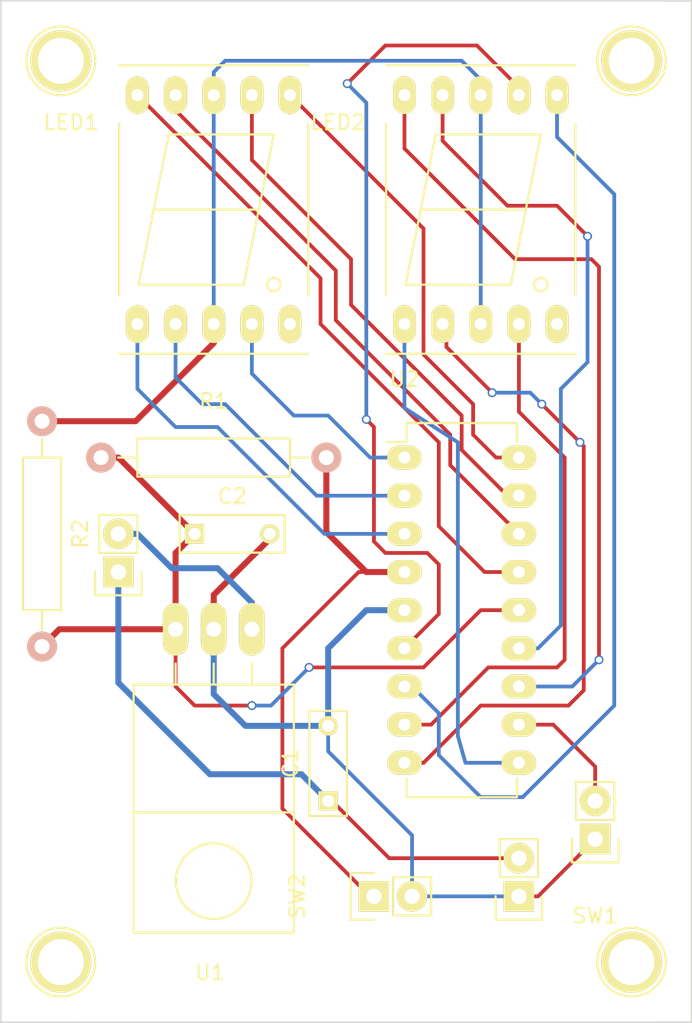
<source format=kicad_pcb>
(kicad_pcb (version 4) (host pcbnew 4.0.0-rc1-stable)

  (general
    (links 34)
    (no_connects 0)
    (area 155.949999 74.949999 202.050001 143.050001)
    (thickness 1.6)
    (drawings 13)
    (tracks 178)
    (zones 0)
    (modules 16)
    (nets 24)
  )

  (page A4)
  (layers
    (0 F.Cu signal)
    (31 B.Cu signal)
    (32 B.Adhes user)
    (33 F.Adhes user)
    (34 B.Paste user)
    (35 F.Paste user)
    (36 B.SilkS user)
    (37 F.SilkS user)
    (38 B.Mask user)
    (39 F.Mask user)
    (40 Dwgs.User user)
    (41 Cmts.User user)
    (42 Eco1.User user)
    (43 Eco2.User user)
    (44 Edge.Cuts user)
    (45 Margin user)
    (46 B.CrtYd user)
    (47 F.CrtYd user)
    (48 B.Fab user)
    (49 F.Fab user)
  )

  (setup
    (last_trace_width 0.25)
    (user_trace_width 0.4)
    (trace_clearance 0.2)
    (zone_clearance 0.508)
    (zone_45_only no)
    (trace_min 0.2)
    (segment_width 0.2)
    (edge_width 0.1)
    (via_size 0.6)
    (via_drill 0.4)
    (via_min_size 0.4)
    (via_min_drill 0.3)
    (uvia_size 0.3)
    (uvia_drill 0.1)
    (uvias_allowed no)
    (uvia_min_size 0.2)
    (uvia_min_drill 0.1)
    (pcb_text_width 0.3)
    (pcb_text_size 1.5 1.5)
    (mod_edge_width 0.15)
    (mod_text_size 1 1)
    (mod_text_width 0.15)
    (pad_size 1.5 1.5)
    (pad_drill 0.6)
    (pad_to_mask_clearance 0)
    (aux_axis_origin 198 79)
    (visible_elements 7FFFFFFF)
    (pcbplotparams
      (layerselection 0x010f0_80000001)
      (usegerberextensions true)
      (excludeedgelayer true)
      (linewidth 0.100000)
      (plotframeref false)
      (viasonmask false)
      (mode 1)
      (useauxorigin false)
      (hpglpennumber 1)
      (hpglpenspeed 20)
      (hpglpendiameter 15)
      (hpglpenoverlay 2)
      (psnegative false)
      (psa4output false)
      (plotreference true)
      (plotvalue true)
      (plotinvisibletext false)
      (padsonsilk false)
      (subtractmaskfromsilk false)
      (outputformat 1)
      (mirror false)
      (drillshape 0)
      (scaleselection 1)
      (outputdirectory gerber/))
  )

  (net 0 "")
  (net 1 "Net-(C1-Pad1)")
  (net 2 "Net-(C1-Pad2)")
  (net 3 "Net-(C2-Pad1)")
  (net 4 "Net-(LED1-Pad1)")
  (net 5 "Net-(LED1-Pad2)")
  (net 6 "Net-(LED1-Pad4)")
  (net 7 "Net-(LED1-Pad5)")
  (net 8 "Net-(LED1-Pad6)")
  (net 9 "Net-(LED1-Pad7)")
  (net 10 "Net-(LED1-Pad9)")
  (net 11 "Net-(LED1-Pad10)")
  (net 12 "Net-(LED2-Pad1)")
  (net 13 "Net-(LED2-Pad2)")
  (net 14 "Net-(LED2-Pad4)")
  (net 15 "Net-(LED2-Pad5)")
  (net 16 "Net-(LED2-Pad6)")
  (net 17 "Net-(LED2-Pad7)")
  (net 18 "Net-(LED2-Pad9)")
  (net 19 "Net-(LED2-Pad10)")
  (net 20 "Net-(R1-Pad2)")
  (net 21 "Net-(SW1-Pad2)")
  (net 22 "Net-(SW3-Pad2)")
  (net 23 "Net-(LED1-Pad3)")

  (net_class Default "This is the default net class."
    (clearance 0.2)
    (trace_width 0.25)
    (via_dia 0.6)
    (via_drill 0.4)
    (uvia_dia 0.3)
    (uvia_drill 0.1)
    (add_net "Net-(C1-Pad1)")
    (add_net "Net-(C1-Pad2)")
    (add_net "Net-(C2-Pad1)")
    (add_net "Net-(LED1-Pad1)")
    (add_net "Net-(LED1-Pad10)")
    (add_net "Net-(LED1-Pad2)")
    (add_net "Net-(LED1-Pad3)")
    (add_net "Net-(LED1-Pad4)")
    (add_net "Net-(LED1-Pad5)")
    (add_net "Net-(LED1-Pad6)")
    (add_net "Net-(LED1-Pad7)")
    (add_net "Net-(LED1-Pad9)")
    (add_net "Net-(LED2-Pad1)")
    (add_net "Net-(LED2-Pad10)")
    (add_net "Net-(LED2-Pad2)")
    (add_net "Net-(LED2-Pad4)")
    (add_net "Net-(LED2-Pad5)")
    (add_net "Net-(LED2-Pad6)")
    (add_net "Net-(LED2-Pad7)")
    (add_net "Net-(LED2-Pad9)")
    (add_net "Net-(R1-Pad2)")
    (add_net "Net-(SW1-Pad2)")
    (add_net "Net-(SW3-Pad2)")
  )

  (net_class Power ""
    (clearance 0.2)
    (trace_width 0.4)
    (via_dia 0.6)
    (via_drill 0.4)
    (uvia_dia 0.3)
    (uvia_drill 0.1)
  )

  (module Capacitors_ThroughHole:C_Rect_L7_W2.5_P5 (layer F.Cu) (tedit 0) (tstamp 560422D1)
    (at 177.8 128.27 90)
    (descr "Film Capacitor Length 7mm x Width 2.5mm, Pitch 5mm")
    (tags Capacitor)
    (path /56035FBF)
    (fp_text reference C1 (at 2.5 -2.5 90) (layer F.SilkS)
      (effects (font (size 1 1) (thickness 0.15)))
    )
    (fp_text value .33uF (at 2.5 2.5 90) (layer F.Fab)
      (effects (font (size 1 1) (thickness 0.15)))
    )
    (fp_line (start -1.25 -1.5) (end 6.25 -1.5) (layer F.CrtYd) (width 0.05))
    (fp_line (start 6.25 -1.5) (end 6.25 1.5) (layer F.CrtYd) (width 0.05))
    (fp_line (start 6.25 1.5) (end -1.25 1.5) (layer F.CrtYd) (width 0.05))
    (fp_line (start -1.25 1.5) (end -1.25 -1.5) (layer F.CrtYd) (width 0.05))
    (fp_line (start -1 -1.25) (end 6 -1.25) (layer F.SilkS) (width 0.15))
    (fp_line (start 6 -1.25) (end 6 1.25) (layer F.SilkS) (width 0.15))
    (fp_line (start 6 1.25) (end -1 1.25) (layer F.SilkS) (width 0.15))
    (fp_line (start -1 1.25) (end -1 -1.25) (layer F.SilkS) (width 0.15))
    (pad 1 thru_hole rect (at 0 0 90) (size 1.3 1.3) (drill 0.8) (layers *.Cu *.Mask F.SilkS)
      (net 1 "Net-(C1-Pad1)"))
    (pad 2 thru_hole circle (at 5 0 90) (size 1.3 1.3) (drill 0.8) (layers *.Cu *.Mask F.SilkS)
      (net 2 "Net-(C1-Pad2)"))
  )

  (module Capacitors_ThroughHole:C_Rect_L7_W2.5_P5 (layer F.Cu) (tedit 566FC763) (tstamp 560422D7)
    (at 168.91 110.49)
    (descr "Film Capacitor Length 7mm x Width 2.5mm, Pitch 5mm")
    (tags Capacitor)
    (path /56035F86)
    (fp_text reference C2 (at 2.5 -2.5) (layer F.SilkS)
      (effects (font (size 1 1) (thickness 0.15)))
    )
    (fp_text value .1 (at 2.54 0) (layer F.Fab)
      (effects (font (size 1 1) (thickness 0.15)))
    )
    (fp_line (start -1.25 -1.5) (end 6.25 -1.5) (layer F.CrtYd) (width 0.05))
    (fp_line (start 6.25 -1.5) (end 6.25 1.5) (layer F.CrtYd) (width 0.05))
    (fp_line (start 6.25 1.5) (end -1.25 1.5) (layer F.CrtYd) (width 0.05))
    (fp_line (start -1.25 1.5) (end -1.25 -1.5) (layer F.CrtYd) (width 0.05))
    (fp_line (start -1 -1.25) (end 6 -1.25) (layer F.SilkS) (width 0.15))
    (fp_line (start 6 -1.25) (end 6 1.25) (layer F.SilkS) (width 0.15))
    (fp_line (start 6 1.25) (end -1 1.25) (layer F.SilkS) (width 0.15))
    (fp_line (start -1 1.25) (end -1 -1.25) (layer F.SilkS) (width 0.15))
    (pad 1 thru_hole rect (at 0 0) (size 1.3 1.3) (drill 0.8) (layers *.Cu *.Mask F.SilkS)
      (net 3 "Net-(C2-Pad1)"))
    (pad 2 thru_hole circle (at 5 0) (size 1.3 1.3) (drill 0.8) (layers *.Cu *.Mask F.SilkS)
      (net 2 "Net-(C1-Pad2)"))
  )

  (module Displays_7-Segment:7SegmentLED_LTS6760_LTS6780 (layer F.Cu) (tedit 566FC735) (tstamp 560422E5)
    (at 170.18 88.9)
    (path /56036909)
    (fp_text reference LED1 (at -9.5 -5.8) (layer F.SilkS)
      (effects (font (size 1 1) (thickness 0.15)))
    )
    (fp_text value NTE3078 (at 0 -10.16) (layer F.Fab)
      (effects (font (size 1 1) (thickness 0.15)))
    )
    (fp_circle (center 4 5) (end 4.4 5.2) (layer F.SilkS) (width 0.15))
    (fp_line (start -3 -5) (end -4 0) (layer F.SilkS) (width 0.15))
    (fp_line (start -4 0) (end -5 5) (layer F.SilkS) (width 0.15))
    (fp_line (start -5 5) (end 2 5) (layer F.SilkS) (width 0.15))
    (fp_line (start 2 5) (end 3 0) (layer F.SilkS) (width 0.15))
    (fp_line (start 4 -5) (end 3 0) (layer F.SilkS) (width 0.15))
    (fp_line (start 3 0) (end -4 0) (layer F.SilkS) (width 0.15))
    (fp_line (start -3 -5) (end 4 -5) (layer F.SilkS) (width 0.15))
    (fp_line (start 6.3 9.6) (end -6.3 9.6) (layer F.SilkS) (width 0.15))
    (fp_line (start -6.3 -5.7) (end -6.3 5.7) (layer F.SilkS) (width 0.15))
    (fp_line (start 6.3 -5.7) (end 6.3 5.7) (layer F.SilkS) (width 0.15))
    (fp_line (start -6.3 -9.6) (end 6.3 -9.6) (layer F.SilkS) (width 0.15))
    (pad 1 thru_hole oval (at -5.08 7.62) (size 1.524 2.524) (drill 0.8) (layers *.Cu *.Mask F.SilkS)
      (net 4 "Net-(LED1-Pad1)"))
    (pad 2 thru_hole oval (at -2.54 7.62) (size 1.524 2.524) (drill 0.8) (layers *.Cu *.Mask F.SilkS)
      (net 5 "Net-(LED1-Pad2)"))
    (pad 3 thru_hole oval (at 0 7.62) (size 1.524 2.524) (drill 0.8) (layers *.Cu *.Mask F.SilkS)
      (net 23 "Net-(LED1-Pad3)"))
    (pad 4 thru_hole oval (at 2.54 7.62) (size 1.524 2.524) (drill 0.8) (layers *.Cu *.Mask F.SilkS)
      (net 6 "Net-(LED1-Pad4)"))
    (pad 5 thru_hole oval (at 5.08 7.62) (size 1.524 2.524) (drill 0.8) (layers *.Cu *.Mask F.SilkS)
      (net 7 "Net-(LED1-Pad5)"))
    (pad 6 thru_hole oval (at 5.08 -7.62) (size 1.524 2.524) (drill 0.8) (layers *.Cu *.Mask F.SilkS)
      (net 8 "Net-(LED1-Pad6)"))
    (pad 7 thru_hole oval (at 2.54 -7.62) (size 1.524 2.524) (drill 0.8) (layers *.Cu *.Mask F.SilkS)
      (net 9 "Net-(LED1-Pad7)"))
    (pad 8 thru_hole oval (at 0 -7.62) (size 1.524 2.524) (drill 0.8) (layers *.Cu *.Mask F.SilkS)
      (net 23 "Net-(LED1-Pad3)"))
    (pad 9 thru_hole oval (at -2.54 -7.62) (size 1.524 2.524) (drill 0.8) (layers *.Cu *.Mask F.SilkS)
      (net 10 "Net-(LED1-Pad9)"))
    (pad 10 thru_hole oval (at -5.08 -7.62) (size 1.524 2.524) (drill 0.8) (layers *.Cu *.Mask F.SilkS)
      (net 11 "Net-(LED1-Pad10)"))
    (model Displays_7-Segment.3dshapes/7SegmentLED_LTS6760_LTS6780.wrl
      (at (xyz 0 0 0))
      (scale (xyz 0.3937 0.3937 0.3937))
      (rotate (xyz 0 0 0))
    )
  )

  (module Displays_7-Segment:7SegmentLED_LTS6760_LTS6780 (layer F.Cu) (tedit 566FC72E) (tstamp 560422F3)
    (at 187.96 88.9)
    (path /56036881)
    (fp_text reference LED2 (at -9.5 -5.8) (layer F.SilkS)
      (effects (font (size 1 1) (thickness 0.15)))
    )
    (fp_text value NTE3078 (at 0 -10.16) (layer F.Fab)
      (effects (font (size 1 1) (thickness 0.15)))
    )
    (fp_circle (center 4 5) (end 4.4 5.2) (layer F.SilkS) (width 0.15))
    (fp_line (start -3 -5) (end -4 0) (layer F.SilkS) (width 0.15))
    (fp_line (start -4 0) (end -5 5) (layer F.SilkS) (width 0.15))
    (fp_line (start -5 5) (end 2 5) (layer F.SilkS) (width 0.15))
    (fp_line (start 2 5) (end 3 0) (layer F.SilkS) (width 0.15))
    (fp_line (start 4 -5) (end 3 0) (layer F.SilkS) (width 0.15))
    (fp_line (start 3 0) (end -4 0) (layer F.SilkS) (width 0.15))
    (fp_line (start -3 -5) (end 4 -5) (layer F.SilkS) (width 0.15))
    (fp_line (start 6.3 9.6) (end -6.3 9.6) (layer F.SilkS) (width 0.15))
    (fp_line (start -6.3 -5.7) (end -6.3 5.7) (layer F.SilkS) (width 0.15))
    (fp_line (start 6.3 -5.7) (end 6.3 5.7) (layer F.SilkS) (width 0.15))
    (fp_line (start -6.3 -9.6) (end 6.3 -9.6) (layer F.SilkS) (width 0.15))
    (pad 1 thru_hole oval (at -5.08 7.62) (size 1.524 2.524) (drill 0.8) (layers *.Cu *.Mask F.SilkS)
      (net 12 "Net-(LED2-Pad1)"))
    (pad 2 thru_hole oval (at -2.54 7.62) (size 1.524 2.524) (drill 0.8) (layers *.Cu *.Mask F.SilkS)
      (net 13 "Net-(LED2-Pad2)"))
    (pad 3 thru_hole oval (at 0 7.62) (size 1.524 2.524) (drill 0.8) (layers *.Cu *.Mask F.SilkS)
      (net 23 "Net-(LED1-Pad3)"))
    (pad 4 thru_hole oval (at 2.54 7.62) (size 1.524 2.524) (drill 0.8) (layers *.Cu *.Mask F.SilkS)
      (net 14 "Net-(LED2-Pad4)"))
    (pad 5 thru_hole oval (at 5.08 7.62) (size 1.524 2.524) (drill 0.8) (layers *.Cu *.Mask F.SilkS)
      (net 15 "Net-(LED2-Pad5)"))
    (pad 6 thru_hole oval (at 5.08 -7.62) (size 1.524 2.524) (drill 0.8) (layers *.Cu *.Mask F.SilkS)
      (net 16 "Net-(LED2-Pad6)"))
    (pad 7 thru_hole oval (at 2.54 -7.62) (size 1.524 2.524) (drill 0.8) (layers *.Cu *.Mask F.SilkS)
      (net 17 "Net-(LED2-Pad7)"))
    (pad 8 thru_hole oval (at 0 -7.62) (size 1.524 2.524) (drill 0.8) (layers *.Cu *.Mask F.SilkS)
      (net 23 "Net-(LED1-Pad3)"))
    (pad 9 thru_hole oval (at -2.54 -7.62) (size 1.524 2.524) (drill 0.8) (layers *.Cu *.Mask F.SilkS)
      (net 18 "Net-(LED2-Pad9)"))
    (pad 10 thru_hole oval (at -5.08 -7.62) (size 1.524 2.524) (drill 0.8) (layers *.Cu *.Mask F.SilkS)
      (net 19 "Net-(LED2-Pad10)"))
    (model Displays_7-Segment.3dshapes/7SegmentLED_LTS6760_LTS6780.wrl
      (at (xyz 0 0 0))
      (scale (xyz 0.3937 0.3937 0.3937))
      (rotate (xyz 0 0 0))
    )
  )

  (module Pin_Headers:Pin_Header_Straight_1x02 (layer F.Cu) (tedit 566FC7A3) (tstamp 560422F9)
    (at 190.5 134.62 180)
    (descr "Through hole pin header")
    (tags "pin header")
    (path /56038B81)
    (fp_text reference "" (at 0 -5.1 180) (layer F.SilkS)
      (effects (font (size 1 1) (thickness 0.15)))
    )
    (fp_text value 9V (at 0 -3.1 180) (layer F.Fab)
      (effects (font (size 1 1) (thickness 0.15)))
    )
    (fp_line (start 1.27 1.27) (end 1.27 3.81) (layer F.SilkS) (width 0.15))
    (fp_line (start 1.55 -1.55) (end 1.55 0) (layer F.SilkS) (width 0.15))
    (fp_line (start -1.75 -1.75) (end -1.75 4.3) (layer F.CrtYd) (width 0.05))
    (fp_line (start 1.75 -1.75) (end 1.75 4.3) (layer F.CrtYd) (width 0.05))
    (fp_line (start -1.75 -1.75) (end 1.75 -1.75) (layer F.CrtYd) (width 0.05))
    (fp_line (start -1.75 4.3) (end 1.75 4.3) (layer F.CrtYd) (width 0.05))
    (fp_line (start 1.27 1.27) (end -1.27 1.27) (layer F.SilkS) (width 0.15))
    (fp_line (start -1.55 0) (end -1.55 -1.55) (layer F.SilkS) (width 0.15))
    (fp_line (start -1.55 -1.55) (end 1.55 -1.55) (layer F.SilkS) (width 0.15))
    (fp_line (start -1.27 1.27) (end -1.27 3.81) (layer F.SilkS) (width 0.15))
    (fp_line (start -1.27 3.81) (end 1.27 3.81) (layer F.SilkS) (width 0.15))
    (pad 1 thru_hole rect (at 0 0 180) (size 2.032 2.032) (drill 1.016) (layers *.Cu *.Mask F.SilkS)
      (net 2 "Net-(C1-Pad2)"))
    (pad 2 thru_hole oval (at 0 2.54 180) (size 2.032 2.032) (drill 1.016) (layers *.Cu *.Mask F.SilkS)
      (net 1 "Net-(C1-Pad1)"))
    (model Pin_Headers.3dshapes/Pin_Header_Straight_1x02.wrl
      (at (xyz 0 -0.05 0))
      (scale (xyz 1 1 1))
      (rotate (xyz 0 0 90))
    )
  )

  (module Resistors_ThroughHole:Resistor_Horizontal_RM15mm (layer F.Cu) (tedit 566FC747) (tstamp 560422FF)
    (at 170.18 105.41)
    (descr "Resistor, Axial, RM 15mm,")
    (tags "Resistor, Axial, RM 15mm,")
    (path /56036FCB)
    (fp_text reference R1 (at 0 -3.74904) (layer F.SilkS)
      (effects (font (size 1 1) (thickness 0.15)))
    )
    (fp_text value 10k (at 0 0) (layer F.Fab)
      (effects (font (size 1 1) (thickness 0.15)))
    )
    (fp_line (start -5.08 -1.27) (end -5.08 1.27) (layer F.SilkS) (width 0.15))
    (fp_line (start -5.08 1.27) (end 5.08 1.27) (layer F.SilkS) (width 0.15))
    (fp_line (start 5.08 1.27) (end 5.08 -1.27) (layer F.SilkS) (width 0.15))
    (fp_line (start 5.08 -1.27) (end -5.08 -1.27) (layer F.SilkS) (width 0.15))
    (fp_line (start 6.35 0) (end 5.08 0) (layer F.SilkS) (width 0.15))
    (fp_line (start -6.35 0) (end -5.08 0) (layer F.SilkS) (width 0.15))
    (pad 1 thru_hole circle (at -7.5 0) (size 1.99898 1.99898) (drill 1.00076) (layers *.Cu *.SilkS *.Mask)
      (net 3 "Net-(C2-Pad1)"))
    (pad 2 thru_hole circle (at 7.5 0) (size 1.99898 1.99898) (drill 1.00076) (layers *.Cu *.SilkS *.Mask)
      (net 20 "Net-(R1-Pad2)"))
    (model Resistors_ThroughHole.3dshapes/Resistor_Horizontal_RM15mm.wrl
      (at (xyz 0 0 0))
      (scale (xyz 0.4 0.4 0.4))
      (rotate (xyz 0 0 0))
    )
  )

  (module Pin_Headers:Pin_Header_Straight_1x02 (layer F.Cu) (tedit 54EA090C) (tstamp 56042305)
    (at 195.58 130.81 180)
    (descr "Through hole pin header")
    (tags "pin header")
    (path /56036D33)
    (fp_text reference SW1 (at 0 -5.1 180) (layer F.SilkS)
      (effects (font (size 1 1) (thickness 0.15)))
    )
    (fp_text value SW_PUSH (at 0 -3.1 180) (layer F.Fab)
      (effects (font (size 1 1) (thickness 0.15)))
    )
    (fp_line (start 1.27 1.27) (end 1.27 3.81) (layer F.SilkS) (width 0.15))
    (fp_line (start 1.55 -1.55) (end 1.55 0) (layer F.SilkS) (width 0.15))
    (fp_line (start -1.75 -1.75) (end -1.75 4.3) (layer F.CrtYd) (width 0.05))
    (fp_line (start 1.75 -1.75) (end 1.75 4.3) (layer F.CrtYd) (width 0.05))
    (fp_line (start -1.75 -1.75) (end 1.75 -1.75) (layer F.CrtYd) (width 0.05))
    (fp_line (start -1.75 4.3) (end 1.75 4.3) (layer F.CrtYd) (width 0.05))
    (fp_line (start 1.27 1.27) (end -1.27 1.27) (layer F.SilkS) (width 0.15))
    (fp_line (start -1.55 0) (end -1.55 -1.55) (layer F.SilkS) (width 0.15))
    (fp_line (start -1.55 -1.55) (end 1.55 -1.55) (layer F.SilkS) (width 0.15))
    (fp_line (start -1.27 1.27) (end -1.27 3.81) (layer F.SilkS) (width 0.15))
    (fp_line (start -1.27 3.81) (end 1.27 3.81) (layer F.SilkS) (width 0.15))
    (pad 1 thru_hole rect (at 0 0 180) (size 2.032 2.032) (drill 1.016) (layers *.Cu *.Mask F.SilkS)
      (net 2 "Net-(C1-Pad2)"))
    (pad 2 thru_hole oval (at 0 2.54 180) (size 2.032 2.032) (drill 1.016) (layers *.Cu *.Mask F.SilkS)
      (net 21 "Net-(SW1-Pad2)"))
    (model Pin_Headers.3dshapes/Pin_Header_Straight_1x02.wrl
      (at (xyz 0 -0.05 0))
      (scale (xyz 1 1 1))
      (rotate (xyz 0 0 90))
    )
  )

  (module Pin_Headers:Pin_Header_Straight_1x02 (layer F.Cu) (tedit 54EA090C) (tstamp 5604230B)
    (at 180.848 134.62 90)
    (descr "Through hole pin header")
    (tags "pin header")
    (path /56036CA5)
    (fp_text reference SW2 (at 0 -5.1 90) (layer F.SilkS)
      (effects (font (size 1 1) (thickness 0.15)))
    )
    (fp_text value SW_PUSH (at 0 -3.1 90) (layer F.Fab)
      (effects (font (size 1 1) (thickness 0.15)))
    )
    (fp_line (start 1.27 1.27) (end 1.27 3.81) (layer F.SilkS) (width 0.15))
    (fp_line (start 1.55 -1.55) (end 1.55 0) (layer F.SilkS) (width 0.15))
    (fp_line (start -1.75 -1.75) (end -1.75 4.3) (layer F.CrtYd) (width 0.05))
    (fp_line (start 1.75 -1.75) (end 1.75 4.3) (layer F.CrtYd) (width 0.05))
    (fp_line (start -1.75 -1.75) (end 1.75 -1.75) (layer F.CrtYd) (width 0.05))
    (fp_line (start -1.75 4.3) (end 1.75 4.3) (layer F.CrtYd) (width 0.05))
    (fp_line (start 1.27 1.27) (end -1.27 1.27) (layer F.SilkS) (width 0.15))
    (fp_line (start -1.55 0) (end -1.55 -1.55) (layer F.SilkS) (width 0.15))
    (fp_line (start -1.55 -1.55) (end 1.55 -1.55) (layer F.SilkS) (width 0.15))
    (fp_line (start -1.27 1.27) (end -1.27 3.81) (layer F.SilkS) (width 0.15))
    (fp_line (start -1.27 3.81) (end 1.27 3.81) (layer F.SilkS) (width 0.15))
    (pad 1 thru_hole rect (at 0 0 90) (size 2.032 2.032) (drill 1.016) (layers *.Cu *.Mask F.SilkS)
      (net 20 "Net-(R1-Pad2)"))
    (pad 2 thru_hole oval (at 0 2.54 90) (size 2.032 2.032) (drill 1.016) (layers *.Cu *.Mask F.SilkS)
      (net 2 "Net-(C1-Pad2)"))
    (model Pin_Headers.3dshapes/Pin_Header_Straight_1x02.wrl
      (at (xyz 0 -0.05 0))
      (scale (xyz 1 1 1))
      (rotate (xyz 0 0 90))
    )
  )

  (module Pin_Headers:Pin_Header_Straight_1x02 (layer F.Cu) (tedit 566FC77E) (tstamp 56042311)
    (at 163.83 113.03 180)
    (descr "Through hole pin header")
    (tags "pin header")
    (path /56038A5C)
    (fp_text reference "" (at 0 -5.1 180) (layer F.SilkS)
      (effects (font (size 1 1) (thickness 0.15)))
    )
    (fp_text value PWR_SW (at 0 -3.1 180) (layer F.Fab)
      (effects (font (size 1 1) (thickness 0.15)))
    )
    (fp_line (start 1.27 1.27) (end 1.27 3.81) (layer F.SilkS) (width 0.15))
    (fp_line (start 1.55 -1.55) (end 1.55 0) (layer F.SilkS) (width 0.15))
    (fp_line (start -1.75 -1.75) (end -1.75 4.3) (layer F.CrtYd) (width 0.05))
    (fp_line (start 1.75 -1.75) (end 1.75 4.3) (layer F.CrtYd) (width 0.05))
    (fp_line (start -1.75 -1.75) (end 1.75 -1.75) (layer F.CrtYd) (width 0.05))
    (fp_line (start -1.75 4.3) (end 1.75 4.3) (layer F.CrtYd) (width 0.05))
    (fp_line (start 1.27 1.27) (end -1.27 1.27) (layer F.SilkS) (width 0.15))
    (fp_line (start -1.55 0) (end -1.55 -1.55) (layer F.SilkS) (width 0.15))
    (fp_line (start -1.55 -1.55) (end 1.55 -1.55) (layer F.SilkS) (width 0.15))
    (fp_line (start -1.27 1.27) (end -1.27 3.81) (layer F.SilkS) (width 0.15))
    (fp_line (start -1.27 3.81) (end 1.27 3.81) (layer F.SilkS) (width 0.15))
    (pad 1 thru_hole rect (at 0 0 180) (size 2.032 2.032) (drill 1.016) (layers *.Cu *.Mask F.SilkS)
      (net 1 "Net-(C1-Pad1)"))
    (pad 2 thru_hole oval (at 0 2.54 180) (size 2.032 2.032) (drill 1.016) (layers *.Cu *.Mask F.SilkS)
      (net 22 "Net-(SW3-Pad2)"))
    (model Pin_Headers.3dshapes/Pin_Header_Straight_1x02.wrl
      (at (xyz 0 -0.05 0))
      (scale (xyz 1 1 1))
      (rotate (xyz 0 0 90))
    )
  )

  (module Transistors_TO-220:TO-220_Neutral123_Horizontal_LargePads (layer F.Cu) (tedit 566FC750) (tstamp 56042319)
    (at 170.18 116.84 180)
    (descr "TO-220, Neutral, Horizontal, Large Pads,")
    (tags "TO-220, Neutral, Horizontal, Large Pads,")
    (path /56042455)
    (fp_text reference U1 (at 0.24892 -22.84984 180) (layer F.SilkS)
      (effects (font (size 1 1) (thickness 0.15)))
    )
    (fp_text value 7805 (at 0 -7.62 180) (layer F.Fab)
      (effects (font (size 1 1) (thickness 0.15)))
    )
    (fp_line (start -2.54 -3.683) (end -2.54 -2.286) (layer F.SilkS) (width 0.15))
    (fp_line (start 0 -3.683) (end 0 -2.286) (layer F.SilkS) (width 0.15))
    (fp_line (start 2.54 -3.683) (end 2.54 -2.286) (layer F.SilkS) (width 0.15))
    (fp_circle (center 0 -16.764) (end 1.778 -14.986) (layer F.SilkS) (width 0.15))
    (fp_line (start 5.334 -12.192) (end 5.334 -20.193) (layer F.SilkS) (width 0.15))
    (fp_line (start 5.334 -20.193) (end -5.334 -20.193) (layer F.SilkS) (width 0.15))
    (fp_line (start -5.334 -20.193) (end -5.334 -12.192) (layer F.SilkS) (width 0.15))
    (fp_line (start 5.334 -3.683) (end 5.334 -12.192) (layer F.SilkS) (width 0.15))
    (fp_line (start 5.334 -12.192) (end -5.334 -12.192) (layer F.SilkS) (width 0.15))
    (fp_line (start -5.334 -12.192) (end -5.334 -3.683) (layer F.SilkS) (width 0.15))
    (fp_line (start 0 -3.683) (end -5.334 -3.683) (layer F.SilkS) (width 0.15))
    (fp_line (start 0 -3.683) (end 5.334 -3.683) (layer F.SilkS) (width 0.15))
    (pad 2 thru_hole oval (at 0 0 270) (size 3.50012 1.69926) (drill 1.00076) (layers *.Cu *.Mask F.SilkS)
      (net 2 "Net-(C1-Pad2)"))
    (pad 1 thru_hole oval (at -2.54 0 270) (size 3.50012 1.69926) (drill 1.00076) (layers *.Cu *.Mask F.SilkS)
      (net 22 "Net-(SW3-Pad2)"))
    (pad 3 thru_hole oval (at 2.54 0 270) (size 3.50012 1.69926) (drill 1.00076) (layers *.Cu *.Mask F.SilkS)
      (net 3 "Net-(C2-Pad1)"))
    (pad "" np_thru_hole circle (at 0 -16.764 270) (size 3.79984 3.79984) (drill 3.79984) (layers *.Cu *.Mask F.SilkS))
    (model Transistors_TO-220.3dshapes/TO-220_Neutral123_Horizontal_LargePads.wrl
      (at (xyz 0 0 0))
      (scale (xyz 0.3937 0.3937 0.3937))
      (rotate (xyz 0 0 0))
    )
  )

  (module Housings_DIP:DIP-18_W7.62mm_LongPads (layer F.Cu) (tedit 54130A77) (tstamp 5604232F)
    (at 182.88 105.41)
    (descr "18-lead dip package, row spacing 7.62 mm (300 mils), longer pads")
    (tags "dil dip 2.54 300")
    (path /56036383)
    (fp_text reference U2 (at 0 -5.22) (layer F.SilkS)
      (effects (font (size 1 1) (thickness 0.15)))
    )
    (fp_text value "PIC16(L)F88-I/P" (at 0 -3.72) (layer F.Fab)
      (effects (font (size 1 1) (thickness 0.15)))
    )
    (fp_line (start -1.4 -2.45) (end -1.4 22.8) (layer F.CrtYd) (width 0.05))
    (fp_line (start 9 -2.45) (end 9 22.8) (layer F.CrtYd) (width 0.05))
    (fp_line (start -1.4 -2.45) (end 9 -2.45) (layer F.CrtYd) (width 0.05))
    (fp_line (start -1.4 22.8) (end 9 22.8) (layer F.CrtYd) (width 0.05))
    (fp_line (start 0.135 -2.295) (end 0.135 -1.025) (layer F.SilkS) (width 0.15))
    (fp_line (start 7.485 -2.295) (end 7.485 -1.025) (layer F.SilkS) (width 0.15))
    (fp_line (start 7.485 22.615) (end 7.485 21.345) (layer F.SilkS) (width 0.15))
    (fp_line (start 0.135 22.615) (end 0.135 21.345) (layer F.SilkS) (width 0.15))
    (fp_line (start 0.135 -2.295) (end 7.485 -2.295) (layer F.SilkS) (width 0.15))
    (fp_line (start 0.135 22.615) (end 7.485 22.615) (layer F.SilkS) (width 0.15))
    (fp_line (start 0.135 -1.025) (end -1.15 -1.025) (layer F.SilkS) (width 0.15))
    (pad 1 thru_hole oval (at 0 0) (size 2.3 1.6) (drill 0.8) (layers *.Cu *.Mask F.SilkS)
      (net 6 "Net-(LED1-Pad4)"))
    (pad 2 thru_hole oval (at 0 2.54) (size 2.3 1.6) (drill 0.8) (layers *.Cu *.Mask F.SilkS)
      (net 5 "Net-(LED1-Pad2)"))
    (pad 3 thru_hole oval (at 0 5.08) (size 2.3 1.6) (drill 0.8) (layers *.Cu *.Mask F.SilkS)
      (net 4 "Net-(LED1-Pad1)"))
    (pad 4 thru_hole oval (at 0 7.62) (size 2.3 1.6) (drill 0.8) (layers *.Cu *.Mask F.SilkS)
      (net 20 "Net-(R1-Pad2)"))
    (pad 5 thru_hole oval (at 0 10.16) (size 2.3 1.6) (drill 0.8) (layers *.Cu *.Mask F.SilkS)
      (net 2 "Net-(C1-Pad2)"))
    (pad 6 thru_hole oval (at 0 12.7) (size 2.3 1.6) (drill 0.8) (layers *.Cu *.Mask F.SilkS)
      (net 17 "Net-(LED2-Pad7)"))
    (pad 7 thru_hole oval (at 0 15.24) (size 2.3 1.6) (drill 0.8) (layers *.Cu *.Mask F.SilkS)
      (net 16 "Net-(LED2-Pad6)"))
    (pad 8 thru_hole oval (at 0 17.78) (size 2.3 1.6) (drill 0.8) (layers *.Cu *.Mask F.SilkS)
      (net 14 "Net-(LED2-Pad4)"))
    (pad 9 thru_hole oval (at 0 20.32) (size 2.3 1.6) (drill 0.8) (layers *.Cu *.Mask F.SilkS)
      (net 13 "Net-(LED2-Pad2)"))
    (pad 10 thru_hole oval (at 7.62 20.32) (size 2.3 1.6) (drill 0.8) (layers *.Cu *.Mask F.SilkS)
      (net 12 "Net-(LED2-Pad1)"))
    (pad 11 thru_hole oval (at 7.62 17.78) (size 2.3 1.6) (drill 0.8) (layers *.Cu *.Mask F.SilkS)
      (net 21 "Net-(SW1-Pad2)"))
    (pad 12 thru_hole oval (at 7.62 15.24) (size 2.3 1.6) (drill 0.8) (layers *.Cu *.Mask F.SilkS)
      (net 19 "Net-(LED2-Pad10)"))
    (pad 13 thru_hole oval (at 7.62 12.7) (size 2.3 1.6) (drill 0.8) (layers *.Cu *.Mask F.SilkS)
      (net 18 "Net-(LED2-Pad9)"))
    (pad 14 thru_hole oval (at 7.62 10.16) (size 2.3 1.6) (drill 0.8) (layers *.Cu *.Mask F.SilkS)
      (net 3 "Net-(C2-Pad1)"))
    (pad 15 thru_hole oval (at 7.62 7.62) (size 2.3 1.6) (drill 0.8) (layers *.Cu *.Mask F.SilkS)
      (net 11 "Net-(LED1-Pad10)"))
    (pad 16 thru_hole oval (at 7.62 5.08) (size 2.3 1.6) (drill 0.8) (layers *.Cu *.Mask F.SilkS)
      (net 10 "Net-(LED1-Pad9)"))
    (pad 17 thru_hole oval (at 7.62 2.54) (size 2.3 1.6) (drill 0.8) (layers *.Cu *.Mask F.SilkS)
      (net 9 "Net-(LED1-Pad7)"))
    (pad 18 thru_hole oval (at 7.62 0) (size 2.3 1.6) (drill 0.8) (layers *.Cu *.Mask F.SilkS)
      (net 8 "Net-(LED1-Pad6)"))
    (model Housings_DIP.3dshapes/DIP-18_W7.62mm_LongPads.wrl
      (at (xyz 0 0 0))
      (scale (xyz 1 1 1))
      (rotate (xyz 0 0 0))
    )
  )

  (module Connect:1pin (layer F.Cu) (tedit 566FC7D2) (tstamp 5605E2A8)
    (at 198 79)
    (descr "module 1 pin (ou trou mecanique de percage)")
    (tags DEV)
    (fp_text reference "" (at 0 -3.048) (layer F.SilkS)
      (effects (font (size 1 1) (thickness 0.15)))
    )
    (fp_text value 1pin (at 0 2.794) (layer F.Fab)
      (effects (font (size 1 1) (thickness 0.15)))
    )
    (fp_circle (center 0 0) (end 0 -2.286) (layer F.SilkS) (width 0.15))
    (pad 1 thru_hole circle (at 0 0) (size 4.064 4.064) (drill 3.048) (layers *.Cu *.Mask F.SilkS))
  )

  (module Connect:1pin (layer F.Cu) (tedit 566FC7CB) (tstamp 5605E2B3)
    (at 160 79)
    (descr "module 1 pin (ou trou mecanique de percage)")
    (tags DEV)
    (fp_text reference "" (at 0 -3.048) (layer F.SilkS)
      (effects (font (size 1 1) (thickness 0.15)))
    )
    (fp_text value 1pin (at 0 2.794) (layer F.Fab)
      (effects (font (size 1 1) (thickness 0.15)))
    )
    (fp_circle (center 0 0) (end 0 -2.286) (layer F.SilkS) (width 0.15))
    (pad 1 thru_hole circle (at 0 0) (size 4.064 4.064) (drill 3.048) (layers *.Cu *.Mask F.SilkS))
  )

  (module Connect:1pin (layer F.Cu) (tedit 566FC7AB) (tstamp 5605E2BE)
    (at 198 139)
    (descr "module 1 pin (ou trou mecanique de percage)")
    (tags DEV)
    (fp_text reference "" (at 0 -3.048) (layer F.SilkS)
      (effects (font (size 1 1) (thickness 0.15)))
    )
    (fp_text value 1pin (at 0 2.794) (layer F.Fab)
      (effects (font (size 1 1) (thickness 0.15)))
    )
    (fp_circle (center 0 0) (end 0 -2.286) (layer F.SilkS) (width 0.15))
    (pad 1 thru_hole circle (at 0 0) (size 4.064 4.064) (drill 3.048) (layers *.Cu *.Mask F.SilkS))
  )

  (module Connect:1pin (layer F.Cu) (tedit 566FC7BE) (tstamp 5605E2C9)
    (at 160 139)
    (descr "module 1 pin (ou trou mecanique de percage)")
    (tags DEV)
    (fp_text reference "" (at 0 -3.048) (layer F.SilkS)
      (effects (font (size 1 1) (thickness 0.15)))
    )
    (fp_text value 1pin (at 0 2.794) (layer F.Fab)
      (effects (font (size 1 1) (thickness 0.15)))
    )
    (fp_circle (center 0 0) (end 0 -2.286) (layer F.SilkS) (width 0.15))
    (pad 1 thru_hole circle (at 0 0) (size 4.064 4.064) (drill 3.048) (layers *.Cu *.Mask F.SilkS))
  )

  (module Resistors_ThroughHole:Resistor_Horizontal_RM15mm (layer F.Cu) (tedit 566FC78F) (tstamp 566E47AB)
    (at 158.75 110.49 270)
    (descr "Resistor, Axial, RM 15mm,")
    (tags "Resistor, Axial, RM 15mm,")
    (path /566E5062)
    (fp_text reference R2 (at 0 -2.54 270) (layer F.SilkS)
      (effects (font (size 1 1) (thickness 0.15)))
    )
    (fp_text value 10 (at 0 0 270) (layer F.Fab)
      (effects (font (size 1 1) (thickness 0.15)))
    )
    (fp_line (start -5.08 -1.27) (end -5.08 1.27) (layer F.SilkS) (width 0.15))
    (fp_line (start -5.08 1.27) (end 5.08 1.27) (layer F.SilkS) (width 0.15))
    (fp_line (start 5.08 1.27) (end 5.08 -1.27) (layer F.SilkS) (width 0.15))
    (fp_line (start 5.08 -1.27) (end -5.08 -1.27) (layer F.SilkS) (width 0.15))
    (fp_line (start 6.35 0) (end 5.08 0) (layer F.SilkS) (width 0.15))
    (fp_line (start -6.35 0) (end -5.08 0) (layer F.SilkS) (width 0.15))
    (pad 1 thru_hole circle (at -7.5 0 270) (size 1.99898 1.99898) (drill 1.00076) (layers *.Cu *.SilkS *.Mask)
      (net 23 "Net-(LED1-Pad3)"))
    (pad 2 thru_hole circle (at 7.5 0 270) (size 1.99898 1.99898) (drill 1.00076) (layers *.Cu *.SilkS *.Mask)
      (net 3 "Net-(C2-Pad1)"))
    (model Resistors_ThroughHole.3dshapes/Resistor_Horizontal_RM15mm.wrl
      (at (xyz 0 0 0))
      (scale (xyz 0.4 0.4 0.4))
      (rotate (xyz 0 0 0))
    )
  )

  (gr_line (start 156 75) (end 156 78) (angle 90) (layer Edge.Cuts) (width 0.1))
  (gr_line (start 158 75) (end 156 75) (angle 90) (layer Edge.Cuts) (width 0.1))
  (gr_line (start 202 75) (end 202 78) (angle 90) (layer Edge.Cuts) (width 0.1))
  (gr_line (start 200 75) (end 202 75) (angle 90) (layer Edge.Cuts) (width 0.1))
  (gr_line (start 202 75) (end 200 75) (angle 90) (layer Edge.Cuts) (width 0.1))
  (gr_line (start 202 143) (end 200 143) (angle 90) (layer Edge.Cuts) (width 0.1))
  (gr_line (start 202 141) (end 202 143) (angle 90) (layer Edge.Cuts) (width 0.1))
  (gr_line (start 156 143) (end 161 143) (angle 90) (layer Edge.Cuts) (width 0.1))
  (gr_line (start 156 141) (end 156 143) (angle 90) (layer Edge.Cuts) (width 0.1))
  (gr_line (start 161 143) (end 200 143) (angle 90) (layer Edge.Cuts) (width 0.1))
  (gr_line (start 156 78) (end 156 141) (angle 90) (layer Edge.Cuts) (width 0.1))
  (gr_line (start 200 75) (end 158 75) (angle 90) (layer Edge.Cuts) (width 0.1))
  (gr_line (start 202 141) (end 202 78) (angle 90) (layer Edge.Cuts) (width 0.1))

  (segment (start 177.8 128.27) (end 178.054 128.27) (width 0.25) (layer F.Cu) (net 1))
  (segment (start 178.054 128.27) (end 181.864 132.08) (width 0.25) (layer F.Cu) (net 1) (tstamp 56042A29))
  (segment (start 181.864 132.08) (end 190.5 132.08) (width 0.25) (layer F.Cu) (net 1) (tstamp 56042A2D))
  (segment (start 163.83 113.03) (end 163.83 120.396) (width 0.4) (layer B.Cu) (net 1))
  (segment (start 163.83 120.396) (end 169.926 126.492) (width 0.4) (layer B.Cu) (net 1) (tstamp 560426BE))
  (segment (start 169.926 126.492) (end 176.022 126.492) (width 0.4) (layer B.Cu) (net 1) (tstamp 560426CC))
  (segment (start 176.022 126.492) (end 177.8 128.27) (width 0.4) (layer B.Cu) (net 1) (tstamp 560426CE))
  (segment (start 190.5 134.62) (end 191.77 134.62) (width 0.25) (layer F.Cu) (net 2))
  (segment (start 191.77 134.62) (end 195.58 130.81) (width 0.25) (layer F.Cu) (net 2) (tstamp 56042A34))
  (segment (start 183.388 134.62) (end 190.5 134.62) (width 0.25) (layer B.Cu) (net 2))
  (segment (start 177.8 123.27) (end 177.8 124.968) (width 0.25) (layer B.Cu) (net 2))
  (segment (start 183.388 130.556) (end 183.388 134.62) (width 0.25) (layer B.Cu) (net 2) (tstamp 56042A16))
  (segment (start 177.8 124.968) (end 183.388 130.556) (width 0.25) (layer B.Cu) (net 2) (tstamp 56042A0E))
  (segment (start 177.8 123.27) (end 177.8 123.444) (width 0.4) (layer F.Cu) (net 2))
  (segment (start 170.18 116.84) (end 170.18 121.158) (width 0.4) (layer B.Cu) (net 2))
  (segment (start 172.292 123.27) (end 177.8 123.27) (width 0.4) (layer B.Cu) (net 2) (tstamp 5604295F))
  (segment (start 170.18 121.158) (end 172.292 123.27) (width 0.4) (layer B.Cu) (net 2) (tstamp 5604295B))
  (segment (start 177.8 123.27) (end 177.8 118.11) (width 0.4) (layer B.Cu) (net 2) (tstamp 56042962))
  (segment (start 180.34 115.57) (end 182.88 115.57) (width 0.4) (layer B.Cu) (net 2) (tstamp 5604296E))
  (segment (start 177.8 118.11) (end 180.34 115.57) (width 0.4) (layer B.Cu) (net 2) (tstamp 56042964))
  (segment (start 173.91 110.49) (end 173.91 110.824) (width 0.4) (layer F.Cu) (net 2))
  (segment (start 173.91 110.824) (end 170.18 114.554) (width 0.4) (layer F.Cu) (net 2) (tstamp 56042897))
  (segment (start 170.18 114.554) (end 170.18 116.84) (width 0.4) (layer F.Cu) (net 2) (tstamp 5604289D))
  (via (at 176.53 119.38) (size 0.6) (drill 0.4) (layers F.Cu B.Cu) (net 3))
  (segment (start 190.5 115.57) (end 187.96 115.57) (width 0.25) (layer F.Cu) (net 3) (status 400000))
  (segment (start 187.96 115.57) (end 184.15 119.38) (width 0.25) (layer F.Cu) (net 3) (tstamp 566F4A02))
  (segment (start 176.53 119.38) (end 184.15 119.38) (width 0.25) (layer F.Cu) (net 3))
  (segment (start 167.64 120.65) (end 167.64 116.84) (width 0.25) (layer F.Cu) (net 3) (tstamp 566F4B0A) (status 800000))
  (segment (start 168.91 121.92) (end 167.64 120.65) (width 0.25) (layer F.Cu) (net 3) (tstamp 566F4B09))
  (segment (start 172.72 121.92) (end 168.91 121.92) (width 0.25) (layer F.Cu) (net 3) (tstamp 566F4B08))
  (via (at 172.72 121.92) (size 0.6) (drill 0.4) (layers F.Cu B.Cu) (net 3))
  (segment (start 173.99 121.92) (end 172.72 121.92) (width 0.25) (layer B.Cu) (net 3) (tstamp 566F4B00))
  (segment (start 176.53 119.38) (end 173.99 121.92) (width 0.25) (layer B.Cu) (net 3) (tstamp 566F4AFF))
  (segment (start 167.64 116.84) (end 159.9 116.84) (width 0.4) (layer F.Cu) (net 3) (status 400000))
  (segment (start 159.9 116.84) (end 158.75 117.99) (width 0.4) (layer F.Cu) (net 3) (tstamp 566F48CF) (status 800000))
  (segment (start 189.992 115.57) (end 190.5 115.57) (width 0.25) (layer B.Cu) (net 3) (tstamp 5604308D))
  (segment (start 163.83 105.41) (end 168.91 110.49) (width 0.4) (layer F.Cu) (net 3) (tstamp 560428F1))
  (segment (start 167.64 116.84) (end 167.64 111.76) (width 0.4) (layer F.Cu) (net 3))
  (segment (start 167.64 111.76) (end 168.91 110.49) (width 0.4) (layer F.Cu) (net 3) (tstamp 56042864))
  (segment (start 162.68 105.41) (end 163.83 105.41) (width 0.4) (layer F.Cu) (net 3))
  (segment (start 182.88 110.49) (end 177.546 110.49) (width 0.25) (layer B.Cu) (net 4))
  (segment (start 165.1 100.838) (end 165.1 96.52) (width 0.25) (layer B.Cu) (net 4) (tstamp 56042B08))
  (segment (start 167.64 103.378) (end 165.1 100.838) (width 0.25) (layer B.Cu) (net 4) (tstamp 56042B06))
  (segment (start 170.434 103.378) (end 167.64 103.378) (width 0.25) (layer B.Cu) (net 4) (tstamp 56042B00))
  (segment (start 177.546 110.49) (end 170.434 103.378) (width 0.25) (layer B.Cu) (net 4) (tstamp 56042AF3))
  (segment (start 182.88 107.95) (end 177.038 107.95) (width 0.25) (layer B.Cu) (net 5))
  (segment (start 167.64 100.076) (end 167.64 96.52) (width 0.25) (layer B.Cu) (net 5) (tstamp 56042B1F))
  (segment (start 169.418 101.854) (end 167.64 100.076) (width 0.25) (layer B.Cu) (net 5) (tstamp 56042B1D))
  (segment (start 170.942 101.854) (end 169.418 101.854) (width 0.25) (layer B.Cu) (net 5) (tstamp 56042B12))
  (segment (start 177.038 107.95) (end 170.942 101.854) (width 0.25) (layer B.Cu) (net 5) (tstamp 56042B10))
  (segment (start 182.88 105.41) (end 180.594 105.41) (width 0.25) (layer B.Cu) (net 6))
  (segment (start 172.72 99.822) (end 172.72 96.52) (width 0.25) (layer B.Cu) (net 6) (tstamp 56042B38))
  (segment (start 175.514 102.616) (end 172.72 99.822) (width 0.25) (layer B.Cu) (net 6) (tstamp 56042B36))
  (segment (start 177.8 102.616) (end 175.514 102.616) (width 0.25) (layer B.Cu) (net 6) (tstamp 56042B32))
  (segment (start 180.594 105.41) (end 177.8 102.616) (width 0.25) (layer B.Cu) (net 6) (tstamp 56042B2C))
  (segment (start 187.452 101.854) (end 184.15 98.552) (width 0.25) (layer F.Cu) (net 8))
  (segment (start 188.976 105.41) (end 187.452 103.886) (width 0.25) (layer F.Cu) (net 8) (tstamp 56042EA3))
  (segment (start 187.452 103.886) (end 187.452 101.854) (width 0.25) (layer F.Cu) (net 8) (tstamp 56042EA7))
  (segment (start 184.15 98.552) (end 184.15 90.17) (width 0.25) (layer F.Cu) (net 8) (tstamp 56042EAF))
  (segment (start 175.26 81.28) (end 184.15 90.17) (width 0.25) (layer F.Cu) (net 8) (tstamp 56042EB6))
  (segment (start 188.976 105.41) (end 190.5 105.41) (width 0.25) (layer F.Cu) (net 8))
  (segment (start 190.5 107.95) (end 189.738 107.95) (width 0.25) (layer F.Cu) (net 9))
  (segment (start 189.738 107.95) (end 186.69 104.902) (width 0.25) (layer F.Cu) (net 9) (tstamp 56042D48))
  (segment (start 186.69 104.902) (end 186.69 102.616) (width 0.25) (layer F.Cu) (net 9) (tstamp 56042D4A))
  (segment (start 186.69 102.616) (end 179.324 95.25) (width 0.25) (layer F.Cu) (net 9) (tstamp 56042D4E))
  (segment (start 179.324 95.25) (end 179.324 92.202) (width 0.25) (layer F.Cu) (net 9) (tstamp 56042D5A))
  (segment (start 179.324 92.202) (end 172.72 85.598) (width 0.25) (layer F.Cu) (net 9) (tstamp 56042D5C))
  (segment (start 172.72 85.598) (end 172.72 81.28) (width 0.25) (layer F.Cu) (net 9) (tstamp 56042D62))
  (segment (start 167.64 81.28) (end 167.64 82.296) (width 0.25) (layer F.Cu) (net 10))
  (segment (start 167.64 82.296) (end 178.308 92.964) (width 0.25) (layer F.Cu) (net 10) (tstamp 56042D24))
  (segment (start 178.308 92.964) (end 178.308 96.266) (width 0.25) (layer F.Cu) (net 10) (tstamp 56042D2D))
  (segment (start 178.308 96.266) (end 185.928 103.886) (width 0.25) (layer F.Cu) (net 10) (tstamp 56042D2F))
  (segment (start 185.928 103.886) (end 185.928 105.918) (width 0.25) (layer F.Cu) (net 10) (tstamp 56042D3E))
  (segment (start 185.928 105.918) (end 190.5 110.49) (width 0.25) (layer F.Cu) (net 10) (tstamp 56042D42))
  (segment (start 190.5 113.03) (end 188.214 113.03) (width 0.25) (layer F.Cu) (net 11))
  (segment (start 177.292 93.472) (end 165.1 81.28) (width 0.25) (layer F.Cu) (net 11) (tstamp 56042D1D))
  (segment (start 177.292 96.52) (end 177.292 93.472) (width 0.25) (layer F.Cu) (net 11) (tstamp 56042D1B))
  (segment (start 185.166 104.394) (end 177.292 96.52) (width 0.25) (layer F.Cu) (net 11) (tstamp 56042D0D))
  (segment (start 185.166 109.982) (end 185.166 104.394) (width 0.25) (layer F.Cu) (net 11) (tstamp 56042D00))
  (segment (start 188.214 113.03) (end 185.166 109.982) (width 0.25) (layer F.Cu) (net 11) (tstamp 56042CF8))
  (segment (start 182.88 96.52) (end 182.88 102.108) (width 0.25) (layer B.Cu) (net 12))
  (segment (start 186.944 125.73) (end 190.5 125.73) (width 0.25) (layer B.Cu) (net 12) (tstamp 56042B65))
  (segment (start 186.436 123.952) (end 186.944 125.73) (width 0.25) (layer B.Cu) (net 12) (tstamp 56042B61))
  (segment (start 186.436 104.394) (end 186.436 123.952) (width 0.25) (layer B.Cu) (net 12) (tstamp 56042B52))
  (segment (start 182.88 102.108) (end 186.436 104.394) (width 0.25) (layer B.Cu) (net 12) (tstamp 56042B45))
  (segment (start 194.564 104.394) (end 192.024 101.854) (width 0.25) (layer F.Cu) (net 13))
  (via (at 194.564 104.394) (size 0.6) (drill 0.4) (layers F.Cu B.Cu) (net 13))
  (segment (start 194.818 104.648) (end 194.564 104.394) (width 0.25) (layer F.Cu) (net 13) (tstamp 56042DFC))
  (segment (start 194.818 120.904) (end 194.818 104.648) (width 0.25) (layer F.Cu) (net 13) (tstamp 56042DF7))
  (segment (start 193.802 121.92) (end 194.818 120.904) (width 0.25) (layer F.Cu) (net 13) (tstamp 56042DF5))
  (segment (start 187.96 121.92) (end 193.802 121.92) (width 0.25) (layer F.Cu) (net 13) (tstamp 56042DEA))
  (segment (start 184.15 125.73) (end 187.96 121.92) (width 0.25) (layer F.Cu) (net 13) (tstamp 56042DE3))
  (segment (start 182.88 125.73) (end 184.15 125.73) (width 0.25) (layer F.Cu) (net 13))
  (segment (start 185.674 98.044) (end 185.674 96.774) (width 0.25) (layer F.Cu) (net 13) (tstamp 56043059))
  (segment (start 186.436 98.806) (end 185.674 98.044) (width 0.25) (layer F.Cu) (net 13) (tstamp 56043057))
  (segment (start 188.722 101.092) (end 186.436 98.806) (width 0.25) (layer F.Cu) (net 13) (tstamp 56043056))
  (via (at 188.722 101.092) (size 0.6) (drill 0.4) (layers F.Cu B.Cu) (net 13))
  (segment (start 191.262 101.092) (end 188.722 101.092) (width 0.25) (layer B.Cu) (net 13) (tstamp 56043050))
  (segment (start 192.024 101.854) (end 191.262 101.092) (width 0.25) (layer B.Cu) (net 13) (tstamp 5604304F))
  (via (at 192.024 101.854) (size 0.6) (drill 0.4) (layers F.Cu B.Cu) (net 13))
  (segment (start 185.674 96.774) (end 185.42 96.52) (width 0.25) (layer F.Cu) (net 13) (tstamp 5604305D))
  (segment (start 193.548 105.664) (end 193.548 105.41) (width 0.25) (layer F.Cu) (net 14))
  (segment (start 182.88 123.19) (end 184.658 123.19) (width 0.25) (layer F.Cu) (net 14))
  (segment (start 193.548 118.872) (end 193.548 105.664) (width 0.25) (layer F.Cu) (net 14) (tstamp 56042E70))
  (segment (start 193.04 119.38) (end 193.548 118.872) (width 0.25) (layer F.Cu) (net 14) (tstamp 56042E6E))
  (segment (start 188.468 119.38) (end 193.04 119.38) (width 0.25) (layer F.Cu) (net 14) (tstamp 56042E64))
  (segment (start 184.658 123.19) (end 188.468 119.38) (width 0.25) (layer F.Cu) (net 14) (tstamp 56042E56))
  (segment (start 190.5 102.362) (end 190.5 96.52) (width 0.25) (layer F.Cu) (net 14) (tstamp 56043041))
  (segment (start 193.548 105.41) (end 190.5 102.362) (width 0.25) (layer F.Cu) (net 14) (tstamp 56043030))
  (segment (start 182.88 120.65) (end 183.388 120.65) (width 0.25) (layer B.Cu) (net 16))
  (segment (start 183.388 120.65) (end 185.166 122.428) (width 0.25) (layer B.Cu) (net 16) (tstamp 560431C2))
  (segment (start 185.166 122.428) (end 185.166 125.222) (width 0.25) (layer B.Cu) (net 16) (tstamp 560431C6))
  (segment (start 185.166 125.222) (end 187.96 128.016) (width 0.25) (layer B.Cu) (net 16) (tstamp 560431CF))
  (segment (start 187.96 128.016) (end 190.754 128.016) (width 0.25) (layer B.Cu) (net 16) (tstamp 560431D3))
  (segment (start 190.754 128.016) (end 196.85 121.92) (width 0.25) (layer B.Cu) (net 16) (tstamp 560431D6))
  (segment (start 196.85 121.92) (end 196.85 87.884) (width 0.25) (layer B.Cu) (net 16) (tstamp 560431D9))
  (segment (start 196.85 87.884) (end 193.04 84.074) (width 0.25) (layer B.Cu) (net 16) (tstamp 560431E0))
  (segment (start 193.04 84.074) (end 193.04 81.28) (width 0.25) (layer B.Cu) (net 16) (tstamp 560431E7))
  (segment (start 190.5 81.28) (end 190.5 80.772) (width 0.25) (layer F.Cu) (net 17))
  (segment (start 190.5 80.772) (end 187.706 77.978) (width 0.25) (layer F.Cu) (net 17) (tstamp 5604322C))
  (segment (start 187.706 77.978) (end 181.61 77.978) (width 0.25) (layer F.Cu) (net 17) (tstamp 5604322F))
  (segment (start 181.61 77.978) (end 179.07 80.518) (width 0.25) (layer F.Cu) (net 17) (tstamp 56043233))
  (via (at 179.07 80.518) (size 0.6) (drill 0.4) (layers F.Cu B.Cu) (net 17))
  (segment (start 179.07 80.518) (end 180.34 81.788) (width 0.25) (layer B.Cu) (net 17) (tstamp 56043238))
  (segment (start 180.34 81.788) (end 180.34 102.87) (width 0.25) (layer B.Cu) (net 17) (tstamp 56043239))
  (via (at 180.34 102.87) (size 0.6) (drill 0.4) (layers F.Cu B.Cu) (net 17))
  (segment (start 180.34 102.87) (end 180.848 103.378) (width 0.25) (layer F.Cu) (net 17) (tstamp 56043249))
  (segment (start 180.848 103.378) (end 180.848 110.998) (width 0.25) (layer F.Cu) (net 17) (tstamp 5604324A))
  (segment (start 180.848 110.998) (end 181.61 111.76) (width 0.25) (layer F.Cu) (net 17) (tstamp 56043263))
  (segment (start 181.61 111.76) (end 184.404 111.76) (width 0.25) (layer F.Cu) (net 17) (tstamp 56043265))
  (segment (start 184.404 111.76) (end 185.166 112.522) (width 0.25) (layer F.Cu) (net 17) (tstamp 56043268))
  (segment (start 185.166 112.522) (end 185.166 115.824) (width 0.25) (layer F.Cu) (net 17) (tstamp 5604326B))
  (segment (start 185.166 115.824) (end 182.88 118.11) (width 0.25) (layer F.Cu) (net 17) (tstamp 5604326D))
  (segment (start 190.5 118.11) (end 191.77 118.11) (width 0.25) (layer B.Cu) (net 18))
  (segment (start 185.42 84.328) (end 185.42 81.28) (width 0.25) (layer F.Cu) (net 18) (tstamp 56043113))
  (segment (start 189.738 88.646) (end 185.42 84.328) (width 0.25) (layer F.Cu) (net 18) (tstamp 56043111))
  (segment (start 193.04 88.646) (end 189.738 88.646) (width 0.25) (layer F.Cu) (net 18) (tstamp 5604310A))
  (segment (start 195.072 90.678) (end 193.04 88.646) (width 0.25) (layer F.Cu) (net 18) (tstamp 56043109))
  (via (at 195.072 90.678) (size 0.6) (drill 0.4) (layers F.Cu B.Cu) (net 18))
  (segment (start 195.072 99.06) (end 195.072 90.678) (width 0.25) (layer B.Cu) (net 18) (tstamp 560430FB))
  (segment (start 193.294 100.838) (end 195.072 99.06) (width 0.25) (layer B.Cu) (net 18) (tstamp 560430F9))
  (segment (start 193.294 116.586) (end 193.294 100.838) (width 0.25) (layer B.Cu) (net 18) (tstamp 560430F5))
  (segment (start 191.77 118.11) (end 193.294 116.586) (width 0.25) (layer B.Cu) (net 18) (tstamp 560430ED))
  (segment (start 182.88 81.28) (end 182.88 84.836) (width 0.25) (layer F.Cu) (net 19))
  (segment (start 194.056 120.65) (end 190.5 120.65) (width 0.25) (layer B.Cu) (net 19) (tstamp 560430DB))
  (segment (start 195.834 118.872) (end 194.056 120.65) (width 0.25) (layer B.Cu) (net 19) (tstamp 560430DA))
  (via (at 195.834 118.872) (size 0.6) (drill 0.4) (layers F.Cu B.Cu) (net 19))
  (segment (start 195.834 92.71) (end 195.834 118.872) (width 0.25) (layer F.Cu) (net 19) (tstamp 560430C9))
  (segment (start 195.326 92.202) (end 195.834 92.71) (width 0.25) (layer F.Cu) (net 19) (tstamp 560430C7))
  (segment (start 190.246 92.202) (end 195.326 92.202) (width 0.25) (layer F.Cu) (net 19) (tstamp 560430C0))
  (segment (start 182.88 84.836) (end 190.246 92.202) (width 0.25) (layer F.Cu) (net 19) (tstamp 560430B7))
  (segment (start 180.848 134.62) (end 180.594 134.62) (width 0.25) (layer F.Cu) (net 20))
  (segment (start 180.594 134.62) (end 174.752 128.778) (width 0.25) (layer F.Cu) (net 20) (tstamp 560429EE))
  (segment (start 174.752 128.778) (end 174.752 118.11) (width 0.25) (layer F.Cu) (net 20) (tstamp 560429EF))
  (segment (start 174.752 118.11) (end 179.832 113.03) (width 0.25) (layer F.Cu) (net 20) (tstamp 560429F1))
  (segment (start 179.832 113.03) (end 182.88 113.03) (width 0.25) (layer F.Cu) (net 20) (tstamp 560429F3))
  (segment (start 177.68 105.41) (end 177.68 110.37) (width 0.4) (layer F.Cu) (net 20))
  (segment (start 180.34 113.03) (end 182.88 113.03) (width 0.4) (layer F.Cu) (net 20) (tstamp 56042939))
  (segment (start 177.68 110.37) (end 180.34 113.03) (width 0.4) (layer F.Cu) (net 20) (tstamp 56042930))
  (segment (start 190.5 123.19) (end 192.786 123.19) (width 0.25) (layer F.Cu) (net 21))
  (segment (start 195.58 125.984) (end 195.58 128.27) (width 0.25) (layer F.Cu) (net 21) (tstamp 56042A52))
  (segment (start 192.786 123.19) (end 195.58 125.984) (width 0.25) (layer F.Cu) (net 21) (tstamp 56042A4D))
  (segment (start 172.72 116.84) (end 172.72 115.062) (width 0.4) (layer B.Cu) (net 22))
  (segment (start 165.1 110.49) (end 163.83 110.49) (width 0.4) (layer B.Cu) (net 22) (tstamp 560428E4))
  (segment (start 167.386 112.776) (end 165.1 110.49) (width 0.4) (layer B.Cu) (net 22) (tstamp 560428E1))
  (segment (start 170.434 112.776) (end 167.386 112.776) (width 0.4) (layer B.Cu) (net 22) (tstamp 560428DF))
  (segment (start 172.72 115.062) (end 170.434 112.776) (width 0.4) (layer B.Cu) (net 22) (tstamp 560428D1))
  (segment (start 163.83 110.49) (end 164.846 110.49) (width 0.4) (layer B.Cu) (net 22))
  (segment (start 158.75 102.99) (end 164.98 102.99) (width 0.4) (layer F.Cu) (net 23) (status 400000))
  (segment (start 164.98 102.99) (end 170.18 97.79) (width 0.4) (layer F.Cu) (net 23) (tstamp 566F48A5))
  (segment (start 170.18 97.79) (end 170.18 96.52) (width 0.4) (layer F.Cu) (net 23) (tstamp 566F48AA) (status 800000))
  (segment (start 187.96 81.28) (end 187.96 96.52) (width 0.25) (layer B.Cu) (net 23))
  (segment (start 170.18 81.28) (end 170.18 79.756) (width 0.25) (layer B.Cu) (net 23))
  (segment (start 186.69 78.994) (end 187.96 80.264) (width 0.25) (layer B.Cu) (net 23) (tstamp 56042BCE))
  (segment (start 170.942 78.994) (end 186.69 78.994) (width 0.25) (layer B.Cu) (net 23) (tstamp 56042BCB))
  (segment (start 170.18 79.756) (end 170.942 78.994) (width 0.25) (layer B.Cu) (net 23) (tstamp 56042BC4))
  (segment (start 187.96 80.264) (end 187.96 81.28) (width 0.25) (layer B.Cu) (net 23) (tstamp 56042BD3))
  (segment (start 170.18 96.52) (end 170.18 81.28) (width 0.25) (layer B.Cu) (net 23))

)

</source>
